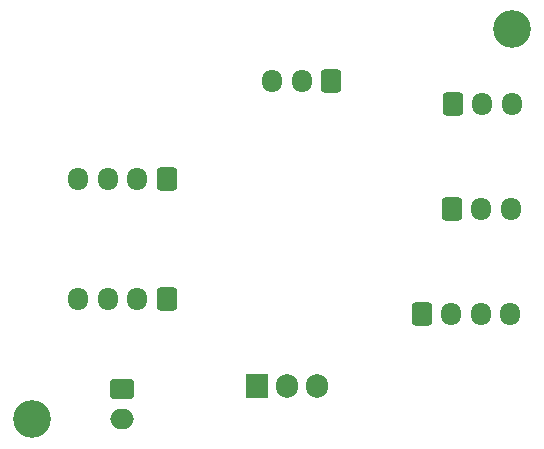
<source format=gbr>
%TF.GenerationSoftware,KiCad,Pcbnew,7.0.9*%
%TF.CreationDate,2024-01-24T09:53:58+01:00*%
%TF.ProjectId,Final_project,46696e61-6c5f-4707-926f-6a6563742e6b,1*%
%TF.SameCoordinates,Original*%
%TF.FileFunction,Copper,L2,Bot*%
%TF.FilePolarity,Positive*%
%FSLAX46Y46*%
G04 Gerber Fmt 4.6, Leading zero omitted, Abs format (unit mm)*
G04 Created by KiCad (PCBNEW 7.0.9) date 2024-01-24 09:53:58*
%MOMM*%
%LPD*%
G01*
G04 APERTURE LIST*
G04 Aperture macros list*
%AMRoundRect*
0 Rectangle with rounded corners*
0 $1 Rounding radius*
0 $2 $3 $4 $5 $6 $7 $8 $9 X,Y pos of 4 corners*
0 Add a 4 corners polygon primitive as box body*
4,1,4,$2,$3,$4,$5,$6,$7,$8,$9,$2,$3,0*
0 Add four circle primitives for the rounded corners*
1,1,$1+$1,$2,$3*
1,1,$1+$1,$4,$5*
1,1,$1+$1,$6,$7*
1,1,$1+$1,$8,$9*
0 Add four rect primitives between the rounded corners*
20,1,$1+$1,$2,$3,$4,$5,0*
20,1,$1+$1,$4,$5,$6,$7,0*
20,1,$1+$1,$6,$7,$8,$9,0*
20,1,$1+$1,$8,$9,$2,$3,0*%
G04 Aperture macros list end*
%TA.AperFunction,ComponentPad*%
%ADD10RoundRect,0.250000X0.600000X0.725000X-0.600000X0.725000X-0.600000X-0.725000X0.600000X-0.725000X0*%
%TD*%
%TA.AperFunction,ComponentPad*%
%ADD11O,1.700000X1.950000*%
%TD*%
%TA.AperFunction,ComponentPad*%
%ADD12RoundRect,0.250000X-0.750000X0.600000X-0.750000X-0.600000X0.750000X-0.600000X0.750000X0.600000X0*%
%TD*%
%TA.AperFunction,ComponentPad*%
%ADD13O,2.000000X1.700000*%
%TD*%
%TA.AperFunction,ComponentPad*%
%ADD14RoundRect,0.250000X-0.600000X-0.725000X0.600000X-0.725000X0.600000X0.725000X-0.600000X0.725000X0*%
%TD*%
%TA.AperFunction,ComponentPad*%
%ADD15C,3.200000*%
%TD*%
%TA.AperFunction,ComponentPad*%
%ADD16R,1.905000X2.000000*%
%TD*%
%TA.AperFunction,ComponentPad*%
%ADD17O,1.905000X2.000000*%
%TD*%
G04 APERTURE END LIST*
D10*
%TO.P,J1,1,Pin_1*%
%TO.N,PWR_5V*%
X93980000Y-127000000D03*
D11*
%TO.P,J1,2,Pin_2*%
X91480000Y-127000000D03*
%TO.P,J1,3,Pin_3*%
X88980000Y-127000000D03*
%TO.P,J1,4,Pin_4*%
X86480000Y-127000000D03*
%TD*%
D12*
%TO.P,J7,1,Pin_1*%
%TO.N,PWR_GND*%
X90170000Y-134620000D03*
D13*
%TO.P,J7,2,Pin_2*%
%TO.N,PWR_9V*%
X90170000Y-137120000D03*
%TD*%
D10*
%TO.P,J3,1,Pin_1*%
%TO.N,Net-(J3-Pin_1)*%
X107910000Y-108475000D03*
D11*
%TO.P,J3,2,Pin_2*%
%TO.N,PWR_5V*%
X105410000Y-108475000D03*
%TO.P,J3,3,Pin_3*%
%TO.N,PWR_GND*%
X102910000Y-108475000D03*
%TD*%
D14*
%TO.P,J5,1,Pin_1*%
%TO.N,Net-(J5-Pin_1)*%
X118110000Y-119380000D03*
D11*
%TO.P,J5,2,Pin_2*%
%TO.N,PWR_5V*%
X120610000Y-119380000D03*
%TO.P,J5,3,Pin_3*%
%TO.N,PWR_GND*%
X123110000Y-119380000D03*
%TD*%
D15*
%TO.P,,*%
%TO.N,*%
X82550000Y-137160000D03*
%TD*%
D16*
%TO.P,U2,1,VI*%
%TO.N,PWR_9V*%
X101600000Y-134295000D03*
D17*
%TO.P,U2,2,GND*%
%TO.N,PWR_GND*%
X104140000Y-134295000D03*
%TO.P,U2,3,VO*%
%TO.N,PWR_5V*%
X106680000Y-134295000D03*
%TD*%
D15*
%TO.P,REF\u002A\u002A,*%
%TO.N,*%
X123190000Y-104140000D03*
%TD*%
D14*
%TO.P,J4,1,Pin_1*%
%TO.N,Net-(J4-Pin_1)*%
X118190000Y-110490000D03*
D11*
%TO.P,J4,2,Pin_2*%
%TO.N,PWR_5V*%
X120690000Y-110490000D03*
%TO.P,J4,3,Pin_3*%
%TO.N,PWR_GND*%
X123190000Y-110490000D03*
%TD*%
D10*
%TO.P,J2,1,Pin_1*%
%TO.N,Net-(J2-Pin_1)*%
X93980000Y-116840000D03*
D11*
%TO.P,J2,2,Pin_2*%
%TO.N,Net-(J2-Pin_2)*%
X91480000Y-116840000D03*
%TO.P,J2,3,Pin_3*%
%TO.N,Net-(J2-Pin_3)*%
X88980000Y-116840000D03*
%TO.P,J2,4,Pin_4*%
%TO.N,Net-(J2-Pin_4)*%
X86480000Y-116840000D03*
%TD*%
D14*
%TO.P,J6,1,Pin_1*%
%TO.N,Net-(J6-Pin_1)*%
X115570000Y-128270000D03*
D11*
%TO.P,J6,2,Pin_2*%
%TO.N,Net-(J6-Pin_2)*%
X118070000Y-128270000D03*
%TO.P,J6,3,Pin_3*%
%TO.N,PWR_5V*%
X120570000Y-128270000D03*
%TO.P,J6,4,Pin_4*%
%TO.N,PWR_GND*%
X123070000Y-128270000D03*
%TD*%
M02*

</source>
